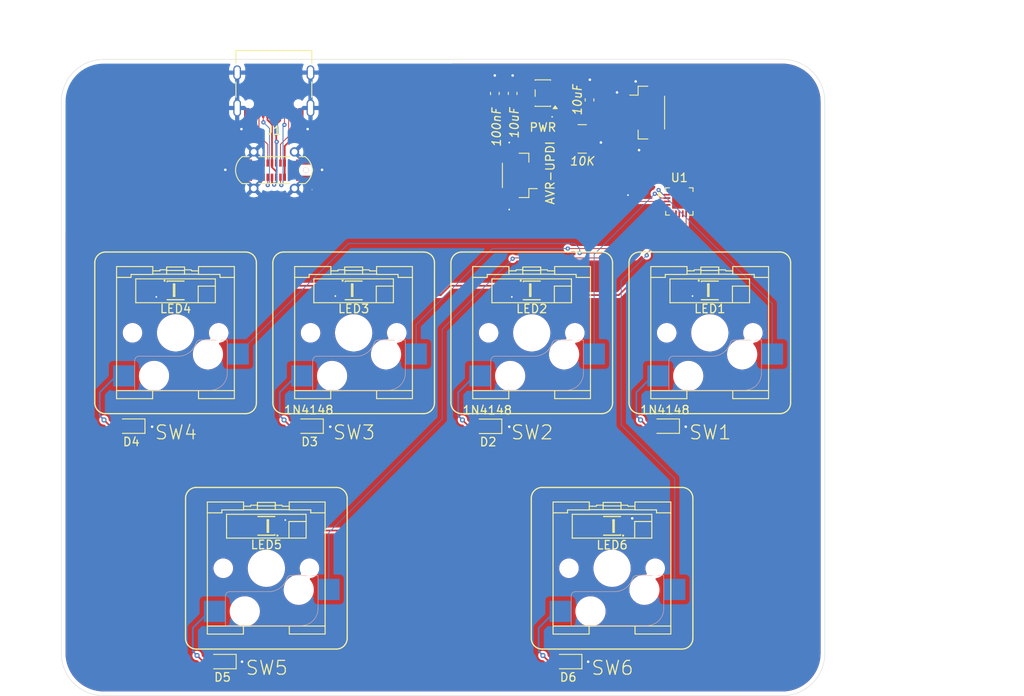
<source format=kicad_pcb>
(kicad_pcb (version 20241229) (generator "pcbnew") (generator_version "9.0")
  (layers (0 "F.Cu" signal) (2 "B.Cu" signal) (13 "F.Paste" user) (15 "B.Paste" user) (5 "F.SilkS" user "F.Silkscreen") (7 "B.SilkS" user "B.Silkscreen") (1 "F.Mask" user) (3 "B.Mask" user) (25 "Edge.Cuts" user))
  (net 0 "")
  (net 1 "Net-(D1-A)")
  (net 2 "GND")
  (net 3 "Net-(D2-A)")
  (net 4 "Net-(D3-A)")
  (net 5 "Net-(D4-A)")
  (net 6 "Net-(D5-A)")
  (net 7 "Net-(D6-A)")
  (net 8 "/LED")
  (net 9 "VCC")
  (net 14 "/SW1")
  (net 15 "/SCL")
  (net 16 "/UPDI")
  (net 20 "VIN")
  (net 21 "/SDA")
  (net 25 "Net-(LED1-DOUT)")
  (net 26 "Net-(LED2-DOUT)")
  (net 27 "Net-(LED3-DOUT)")
  (net 28 "Net-(LED4-DOUT)")
  (net 29 "Net-(LED5-DOUT)")
  (net 31 "Net-(J1-D--PadA7)")
  (net 32 "Net-(J1-SBU1)")
  (net 33 "Net-(J1-SBU2)")
  (net 34 "Net-(J1-D+-PadA6)")
  (net 35 "Net-(J1-CC2)")
  (net 36 "Net-(J1-CC1)")
  (net 37 "VBUS")
  (net 38 "Net-(D7-K)")
  (net 39 "/SW2")
  (net 40 "/SW3")
  (net 41 "/SW4")
  (net 42 "/SW5")
  (net 43 "/SW6")
  (footprint "camelpad:KAILH_SOCKET" (layer "F.Cu") (at 114.92 84.9825)
    (property "Reference" "SW6")
    (property "Value" "SWITCH_PUSHBUTTON_KAILH_SOCKET")
  )
  (footprint "camelpad:JST_SH_BM04B-SRSS-TB_1x04-1MP_P1.00mm_Vertical" (layer "F.Cu") (at 119.1 31.275 -90)
    (property "Reference" "CONN1" (hide yes))
    (property "Value" "~" (hide yes))
  )
  (footprint "camelpad:LED-SMD_4P-L2.0-W2.0-TL_WS2812B-2020" (layer "F.Cu") (at 74.17 79.9825 180)
    (property "Reference" "LED5")
    (property "Value" "WS2812B-2020")
  )
  (footprint "Diode_SMD:D_SOD-323" (layer "F.Cu") (at 109.75 95.9825 180)
    (property "Reference" "D6")
    (property "Value" "1N4148")
  )
  (footprint "camelpad:VQFN-20-1EP_3x3mm_P0.4mm_EP1.7x1.7mm" (layer "F.Cu") (at 122.85 41.75)
    (property "Reference" "U1")
    (property "Value" "ATtiny816-M")
  )
  (footprint "camelpad:USB-C-SMD_GT-USB-7055E" (layer "F.Cu") (at 75.08373 38.0575 180)
    (property "Reference" "J2" (hide yes))
    (property "Value" "USB_C_Receptacle_USB2.0_16P")
  )
  (footprint "camelpad:KAILH_SOCKET" (layer "F.Cu") (at 84.46 57.2325)
    (property "Reference" "SW3")
    (property "Value" "SWITCH_PUSHBUTTON_KAILH_SOCKET")
  )
  (footprint "camelpad:LED-SMD_4P-L2.0-W2.0-TL_WS2812B-2020" (layer "F.Cu") (at 63.47 52.2325)
    (property "Reference" "LED4")
    (property "Value" "WS2812B-2020")
  )
  (footprint "camelpad:LED-SMD_4P-L2.0-W2.0-TL_WS2812B-2020" (layer "F.Cu") (at 114.92 79.9825 180)
    (property "Reference" "LED6")
    (property "Value" "WS2812B-2020")
  )
  (footprint "Diode_SMD:D_SOD-323" (layer "F.Cu") (at 100.31 68.25 180)
    (property "Reference" "D2")
    (property "Value" "1N4148")
  )
  (footprint "camelpad:USB_C_Receptacle_Palconn_UTC16-G" (layer "F.Cu") (at 75.05 28.8 180)
    (property "Reference" "J1")
    (property "Value" "USB_C_Receptacle_USB2.0_16P")
  )
  (footprint "Capacitor_SMD:C_0603_1608Metric" (layer "F.Cu") (at 112.2625 29.775 -90)
    (property "Reference" "C1" (hide yes))
    (property "Value" "10uF")
  )
  (footprint "camelpad:KAILH_SOCKET" (layer "F.Cu") (at 74.17 84.9825)
    (property "Reference" "SW5")
    (property "Value" "SWITCH_PUSHBUTTON_KAILH_SOCKET")
  )
  (footprint "Diode_SMD:D_SOD-323" (layer "F.Cu") (at 69 95.9825 180)
    (property "Reference" "D5")
    (property "Value" "1N4148")
  )
  (footprint "Diode_SMD:D_SOD-323" (layer "F.Cu") (at 79.27 68.2325 180)
    (property "Reference" "D3")
    (property "Value" "1N4148")
  )
  (footprint "Diode_SMD:D_SOD-323" (layer "F.Cu") (at 58.25 68.2325 180)
    (property "Reference" "D4")
    (property "Value" "1N4148")
  )
  (footprint "camelpad:R_Array_Convex_4x0603" (layer "F.Cu") (at 111.4 34.375)
    (property "Reference" "RN1" (hide yes))
    (property "Value" "10K")
  )
  (footprint "camelpad:JST_SH_BM03B-SRSS-TB_1x03-1MP_P1.00mm_Vertical" (layer "F.Cu") (at 104 38.675 90)
    (property "Reference" "J3" (hide yes))
    (property "Value" "AVR-UPDI")
  )
  (footprint "camelpad:LED-SMD_4P-L2.0-W2.0-TL_WS2812B-2020" (layer "F.Cu") (at 84.46 52.2325)
    (property "Reference" "LED3")
    (property "Value" "WS2812B-2020")
  )
  (footprint "camelpad:LED-SMD_4P-L2.0-W2.0-TL_WS2812B-2020" (layer "F.Cu") (at 105.45 52.2325)
    (property "Reference" "LED2")
    (property "Value" "WS2812B-2020")
  )
  (footprint "camelpad:KAILH_SOCKET" (layer "F.Cu") (at 63.47 57.2325)
    (property "Reference" "SW4")
    (property "Value" "SWITCH_PUSHBUTTON_KAILH_SOCKET")
  )
  (footprint "Capacitor_SMD:C_0603_1608Metric" (layer "F.Cu") (at 101.1 29.025 90)
    (property "Reference" "C3" (hide yes))
    (property "Value" "100nF")
  )
  (footprint "camelpad:KAILH_SOCKET" (layer "F.Cu") (at 105.45 57.2325)
    (property "Reference" "SW2")
    (property "Value" "SWITCH_PUSHBUTTON_KAILH_SOCKET")
  )
  (footprint "Diode_SMD:D_SOD-323" (layer "F.Cu") (at 121.25 68.2325 180)
    (property "Reference" "D1" (hide yes))
    (property "Value" "1N4148")
  )
  (footprint "camelpad:KAILH_SOCKET" (layer "F.Cu") (at 126.44 57.2325)
    (property "Reference" "SW1")
    (property "Value" "SWITCH_PUSHBUTTON_KAILH_SOCKET")
  )
  (footprint "Package_TO_SOT_SMD:SOT-23-5" (layer "F.Cu") (at 106.7625 28.975 180)
    (property "Reference" "U2" (hide yes))
    (property "Value" "AP2127K-3.3")
  )
  (footprint "LED_SMD:LED_0402_1005Metric" (layer "F.Cu") (at 106.7625 31.775 180)
    (property "Reference" "D7" (hide yes))
    (property "Value" "PWR")
  )
  (footprint "camelpad:LED-SMD_4P-L2.0-W2.0-TL_WS2812B-2020" (layer "F.Cu") (at 126.44 52.2325)
    (property "Reference" "LED1")
    (property "Value" "WS2812B-2020")
  )
  (footprint "Capacitor_SMD:C_0603_1608Metric" (layer "F.Cu") (at 103.2 29.015 90)
    (property "Reference" "C2" (hide yes))
    (property "Value" "10uF")
  )
  (gr_arc (start 140 95) (mid 138.535534 98.535534) (end 135 100) (stroke (width 0.05)) (layer "Edge.Cuts"))
  (gr_line (start 135 100) (end 55 100) (stroke (width 0.05)) (layer "Edge.Cuts"))
  (gr_arc (start 135 25) (mid 138.535534 26.464466) (end 140 30) (stroke (width 0.05)) (layer "Edge.Cuts"))
  (gr_line (start 140 30) (end 140 95) (stroke (width 0.05)) (layer "Edge.Cuts"))
  (gr_line (start 55 25) (end 135 25) (stroke (width 0.05)) (layer "Edge.Cuts"))
  (gr_line (start 50 95) (end 50 30) (stroke (width 0.05)) (layer "Edge.Cuts"))
  (gr_arc (start 55 100) (mid 51.464466 98.535534) (end 50 95) (stroke (width 0.05)) (layer "Edge.Cuts"))
  (gr_arc (start 50 30) (mid 51.464466 26.464466) (end 55 25) (stroke (width 0.05)) (layer "Edge.Cuts"))
  (segment (start 119.0125 68.2325) (end 118.28 67.5) (width 0.2) (layer "F.Cu") (net 1))
  (segment (start 120.25 68.2325) (end 119.0125 68.2325) (width 0.2) (layer "F.Cu") (net 1))
  (via (at 118.28 67.5) (size 0.6) (drill 0.3) (layers "F.Cu" "B.Cu") (net 1))
  (segment (start 117.78 67) (end 117.78 64.25) (width 0.2) (layer "B.Cu") (net 1))
  (segment (start 117.78 64.25) (end 119.7175 62.3125) (width 0.2) (layer "B.Cu") (net 1))
  (segment (start 118.28 67.5) (end 117.78 67) (width 0.2) (layer "B.Cu") (net 1))
  (segment (start 119.7175 62.3125) (end 120.4 62.3125) (width 0.2) (layer "B.Cu") (net 1))
  (segment (start 120.3 28.475) (end 118.575 28.475) (width 0.5) (layer "F.Cu") (net 2))
  (segment (start 72.33373 38.8975) (end 70.21373 38.8975) (width 0.5) (layer "F.Cu") (net 2))
  (segment (start 77.89973 37.1515) (end 79.86773 37.1515) (width 0.5) (layer "F.Cu") (net 2))
  (segment (start 71.85 31.31) (end 71.85 32.60123) (width 0.5) (layer "F.Cu") (net 2))
  (segment (start 101.1 28.25) (end 101.1 26.9) (width 0.5) (layer "F.Cu") (net 2))
  (segment (start 121.4 41.75) (end 117.55 41.75) (width 0.1) (layer "F.Cu") (net 2))
  (segment (start 103.2 28.24) (end 103.2 26.9) (width 0.5) (layer "F.Cu") (net 2))
  (segment (start 114.4 29.775) (end 117.775 29.775) (width 0.5) (layer "F.Cu") (net 2))
  (segment (start 120.3 34.075) (end 119.725 34.075) (width 0.5) (layer "F.Cu") (net 2))
  (segment (start 116.375 29.775) (end 115.5 28.9) (width 0.5) (layer "F.Cu") (net 2))
  (segment (start 70.05 95.9825) (end 71.2825 95.9825) (width 0.5) (layer "F.Cu") (net 2))
  (segment (start 78.25 32.43377) (end 79.03373 33.2175) (width 0.5) (layer "F.Cu") (net 2))
  (segment (start 112.0825 95.9825) (end 112.1 96) (width 0.5) (layer "F.Cu") (net 2))
  (segment (start 83.54 52.7825) (end 82.4175 52.7825) (width 0.5) (layer "F.Cu") (net 2))
  (segment (start 102.8 40.975) (end 102.8 42.7) (width 0.5) (layer "F.Cu") (net 2))
  (segment (start 75.09 79.4325) (end 76.2675 79.4325) (width 0.5) (layer "F.Cu") (net 2))
  (segment (start 119.725 34.075) (end 118.1 35.7) (width 0.5) (layer "F.Cu") (net 2))
  (segment (start 81.6325 68.2325) (end 81.7 68.3) (width 0.5) (layer "F.Cu") (net 2))
  (segment (start 105.325 37.675) (end 104.1 37.675) (width 0.5) (layer "F.Cu") (net 2))
  (segment (start 62.55 52.7825) (end 61.4175 52.7825) (width 0.5) (layer "F.Cu") (net 2))
  (segment (start 125.52 52.7825) (end 124.5175 52.7825) (width 0.5) (layer "F.Cu") (net 2))
  (segment (start 77.83373 38.8975) (end 77.89973 38.9635) (width 0.5) (layer "F.Cu") (net 2))
  (segment (start 102.75 68.25) (end 102.8 68.3) (width 0.5) (layer "F.Cu") (net 2))
  (segment (start 71.2825 95.9825) (end 71.3 96) (width 0.5) (layer "F.Cu") (net 2))
  (segment (start 110.8 95.9825) (end 112.0825 95.9825) (width 0.5) (layer "F.Cu") (net 2))
  (segment (start 104.1 37.675) (end 102.8 36.375) (width 0.5) (layer "F.Cu") (net 2))
  (segment (start 117.1325 79.4325) (end 115.84 79.4325) (width 0.5) (layer "F.Cu") (net 2))
  (segment (start 102.8 36.375) (end 102.8 34.8) (width 0.5) (layer "F.Cu") (net 2))
  (segment (start 70.13373 37.2175) (end 69.33373 38.0175) (width 0.5) (layer "F.Cu") (net 2))
  (segment (start 117.3 79.1) (end 117.3 79.265) (width 0.5) (layer "F.Cu") (net 2))
  (segment (start 76.2675 79.4325) (end 76.4 79.3) (width 0.5) (layer "F.Cu") (net 2))
  (segment (start 72.33373 37.2175) (end 70.13373 37.2175) (width 0.5) (layer "F.Cu") (net 2))
  (segment (start 78.25 31.31) (end 78.25 32.43377) (width 0.5) (layer "F.Cu") (net 2))
  (segment (start 79.86773 37.1515) (end 80.73373 38.0175) (width 0.5) (layer "F.Cu") (net 2))
  (segment (start 59.3 68.2325) (end 60.6325 68.2325) (width 0.5) (layer "F.Cu") (net 2))
  (segment (start 71.85 32.60123) (end 71.23373 33.2175) (width 0.5) (layer "F.Cu") (net 2))
  (segment (start 118.575 28.475) (end 117.7 27.6) (width 0.5) (layer "F.Cu") (net 2))
  (segment (start 60.6325 68.2325) (end 60.7 68.3) (width 0.5) (layer "F.Cu") (net 2))
  (segment (start 77.89973 38.9635) (end 79.78773 38.9635) (width 0.5) (layer "F.Cu") (net 2))
  (segment (start 70.21373 38.8975) (end 69.33373 38.0175) (width 0.5) (layer "F.Cu") (net 2))
  (segment (start 117.55 41.75) (end 116.8 41) (width 0.1) (layer "F.Cu") (net 2))
  (segment (start 117.775 29.775) (end 116.375 29.775) (width 0.5) (layer "F.Cu") (net 2))
  (segment (start 77.83373 37.2175) (end 77.89973 37.1515) (width 0.5) (layer "F.Cu") (net 2))
  (segment (start 112.2625 27.4375) (end 112.3 27.4) (width 0.5) (layer "F.Cu") (net 2))
  (segment (start 103.3175 52.7825) (end 103.1 53) (width 0.5) (layer "F.Cu") (net 2))
  (segment (start 117.3 79.265) (end 117.1325 79.4325) (width 0.5) (layer "F.Cu") (net 2))
  (segment (start 123.5325 68.2325) (end 123.6 68.3) (width 0.5) (layer "F.Cu") (net 2))
  (segment (start 112.3 34.775) (end 113.575 34.775) (width 0.5) (layer "F.Cu") (net 2))
  (segment (start 82.4175 52.7825) (end 82.3 52.9) (width 0.5) (layer "F.Cu") (net 2))
  (segment (start 61.4175 52.7825) (end 61.2 53) (width 0.5) (layer "F.Cu") (net 2))
  (segment (start 113.6 28.975) (end 114.4 29.775) (width 0.5) (layer "F.Cu") (net 2))
  (segment (start 113.575 34.775) (end 113.6 34.8) (width 0.5) (layer "F.Cu") (net 2))
  (segment (start 122.3 68.2325) (end 123.5325 68.2325) (width 0.5) (layer "F.Cu") (net 2))
  (segment (start 104.53 52.7825) (end 103.3175 52.7825) (width 0.5) (layer "F.Cu") (net 2))
  (segment (start 107.9 28.975) (end 113.6 28.975) (width 0.5) (layer "F.Cu") (net 2))
  (segment (start 101.36 68.25) (end 102.75 68.25) (width 0.5) (layer "F.Cu") (net 2))
  (segment (start 112.2625 29) (end 112.2625 27.4375) (width 0.5) (layer "F.Cu") (net 2))
  (segment (start 124.5175 52.7825) (end 124.4 52.9) (width 0.5) (layer "F.Cu") (net 2))
  (segment (start 79.78773 38.9635) (end 80.73373 38.0175) (width 0.5) (layer "F.Cu") (net 2))
  (segment (start 80.32 68.2325) (end 81.6325 68.2325) (width 0.5) (layer "F.Cu") (net 2))
  (via (at 113.6 34.8) (size 0.8) (drill 0.3) (layers "F.Cu" "B.Cu") (net 2))
  (via (at 69.33373 38.0175) (size 0.8) (drill 0.3) (layers "F.Cu" "B.Cu") (net 2))
  (via (at 112.3 27.4) (size 0.8) (drill 0.3) (layers "F.Cu" "B.Cu") (net 2))
  (via (at 79.03373 33.2175) (size 0.8) (drill 0.3) (layers "F.Cu" "B.Cu") (net 2))
  (via (at 103.1 53) (size 0.5) (drill 0.2) (layers "F.Cu" "B.Cu") (net 2))
  (via (at 117.3 79.1) (size 0.8) (drill 0.3) (layers "F.Cu" "B.Cu") (net 2))
  (via (at 60.7 68.3) (size 0.8) (drill 0.3) (layers "F.Cu" "B.Cu") (net 2))
  (via (at 76.4 79.3) (size 0.5) (drill 0.2) (layers "F.Cu" "B.Cu") (net 2))
  (via (at 123.6 68.3) (size 0.8) (drill 0.3) (layers "F.Cu" "B.Cu") (net 2))
  (via (at 115.5 28.9) (size 0.8) (drill 0.3) (layers "F.Cu" "B.Cu") (net 2))
  (via (at 118.1 35.7) (size 0.8) (drill 0.3) (layers "F.Cu" "B.Cu") (net 2))
  (via (at 117.7 27.6) (size 0.8) (drill 0.3) (layers "F.Cu" "B.Cu") (net 2))
  (via (at 112.1 96) (size 0.8) (drill 0.3) (layers "F.Cu" "B.Cu") (net 2))
  (via (at 102.8 34.8) (size 0.5) (drill 0.2) (layers "F.Cu" "B.Cu") (net 2))
  (via (at 82.3 52.9) (size 0.5) (drill 0.2) (layers "F.Cu" "B.Cu") (net 2))
  (via (at 103.2 26.9) (size 0.8) (drill 0.3) (layers "F.Cu" "B.Cu") (net 2))
  (via (at 116.8 41) (size 0.5) (drill 0.2) (layers "F.Cu" "B.Cu") (net 2))
  (via (at 101.1 26.9) (size 0.8) (drill 0.3) (layers "F.Cu" "B.Cu") (net 2))
  (via (at 81.7 68.3) (size 0.8) (drill 0.3) (layers "F.Cu" "B.Cu") (net 2))
  (via (at 124.4 52.9) (size 0.5) (drill 0.2) (layers "F.Cu" "B.Cu") (net 2))
  (via (at 102.8 68.3) (size 0.8) (drill 0.3) (layers "F.Cu" "B.Cu") (net 2))
  (via (at 61.2 53) (size 0.5) (drill 0.2) (layers "F.Cu" "B.Cu") (net 2))
  (via (at 71.23373 33.2175) (size 0.8) (drill 0.3) (layers "F.Cu" "B.Cu") (net 2))
  (via (at 102.8 42.7) (size 0.5) (drill 0.2) (layers "F.Cu" "B.Cu") (net 2))
  (via (at 71.3 96) (size 0.8) (drill 0.3) (layers "F.Cu" "B.Cu") (net 2))
  (via (at 80.73373 38.0175) (size 0.8) (drill 0.3) (layers "F.Cu" "B.Cu") (net 2))
  (segment (start 98.0125 68.2325) (end 97.28 67.5) (width 0.2) (layer "F.Cu") (net 3))
  (segment (start 99.25 68.2325) (end 98.0125 68.2325) (width 0.2) (layer "F.Cu") (net 3))
  (via (at 97.28 67.5) (size 0.6) (drill 0.3) (layers "F.Cu" "B.Cu") (net 3))
  (segment (start 96.78 67) (end 96.78 64.25) (width 0.2) (layer "B.Cu") (net 3))
  (segment (start 97.28 67.5) (end 96.78 67) (width 0.2) (layer "B.Cu") (net 3))
  (segment (start 96.78 64.25) (end 98.7175 62.3125) (width 0.2) (layer "B.Cu") (net 3))
  (segment (start 98.7175 62.3125) (end 99.4 62.3125) (width 0.2) (layer "B.Cu") (net 3))
  (segment (start 78.22 68.2325) (end 76.9825 68.2325) (width 0.2) (layer "F.Cu") (net 4))
  (segment (start 76.9825 68.2325) (end 76.25 67.5) (width 0.2) (layer "F.Cu") (net 4))
  (via (at 76.25 67.5) (size 0.6) (drill 0.3) (layers "F.Cu" "B.Cu") (net 4))
  (segment (start 75.75 64.25) (end 77.6875 62.3125) (width 0.2) (layer "B.Cu") (net 4))
  (segment (start 77.6875 62.3125) (end 78.37 62.3125) (width 0.2) (layer "B.Cu") (net 4))
  (segment (start 75.75 67) (end 75.75 64.25) (width 0.2) (layer "B.Cu") (net 4))
  (segment (start 76.25 67.5) (end 75.75 67) (width 0.2) (layer "B.Cu") (net 4))
  (segment (start 55.7625 68.2325) (end 55.03 67.5) (width 0.2) (layer "F.Cu") (net 5))
  (segment (start 57 68.2325) (end 55.7625 68.2325) (width 0.2) (layer "F.Cu") (net 5))
  (via (at 55.03 67.5) (size 0.6) (drill 0.3) (layers "F.Cu" "B.Cu") (net 5))
  (segment (start 56.4675 62.3125) (end 57.15 62.3125) (width 0.2) (layer "B.Cu") (net 5))
  (segment (start 55.03 67.5) (end 54.53 67) (width 0.2) (layer "B.Cu") (net 5))
  (segment (start 54.53 64.25) (end 56.4675 62.3125) (width 0.2) (layer "B.Cu") (net 5))
  (segment (start 54.53 67) (end 54.53 64.25) (width 0.2) (layer "B.Cu") (net 5))
  (segment (start 66.7325 96) (end 66 95.2675) (width 0.2) (layer "F.Cu") (net 6))
  (segment (start 67.97 96) (end 66.7325 96) (width 0.2) (layer "F.Cu") (net 6))
  (via (at 66 95.2675) (size 0.6) (drill 0.3) (layers "F.Cu" "B.Cu") (net 6))
  (segment (start 66 95.2675) (end 65.5 94.7675) (width 0.2) (layer "B.Cu") (net 6))
  (segment (start 67.4375 90.08) (end 68.12 90.08) (width 0.2) (layer "B.Cu") (net 6))
  (segment (start 65.5 94.7675) (end 65.5 92.0175) (width 0.2) (layer "B.Cu") (net 6))
  (segment (start 65.5 92.0175) (end 67.4375 90.08) (width 0.2) (layer "B.Cu") (net 6))
  (segment (start 107.5 96) (end 106.7675 95.2675) (width 0.2) (layer "F.Cu") (net 7))
  (segment (start 108.7375 96) (end 107.5 96) (width 0.2) (layer "F.Cu") (net 7))
  (via (at 106.7675 95.2675) (size 0.6) (drill 0.3) (layers "F.Cu" "B.Cu") (net 7))
  (segment (start 106.7675 95.2675) (end 106.2675 94.7675) (width 0.2) (layer "B.Cu") (net 7))
  (segment (start 108.205 90.08) (end 108.8875 90.08) (width 0.2) (layer "B.Cu") (net 7))
  (segment (start 106.2675 94.7675) (end 106.2675 92.0175) (width 0.2) (layer "B.Cu") (net 7))
  (segment (start 106.2675 92.0175) (end 108.205 90.08) (width 0.2) (layer "B.Cu") (net 7))
  (segment (start 126.4 52.0245) (end 127.158 52.7825) (width 0.1) (layer "F.Cu") (net 8))
  (segment (start 127.158 52.7825) (end 127.36 52.7825) (width 0.1) (layer "F.Cu") (net 8))
  (segment (start 123.65 43.2) (end 123.65 46.85) (width 0.1) (layer "F.Cu") (net 8))
  (segment (start 123.65 46.85) (end 126.4 49.6) (width 0.1) (layer "F.Cu") (net 8))
  (segment (start 126.4 49.6) (end 126.4 52.0245) (width 0.1) (layer "F.Cu") (net 8))
  (segment (start 103.335 29.925) (end 103.2 29.79) (width 0.5) (layer "F.Cu") (net 9))
  (segment (start 105.625 31.1225) (end 106.2775 31.775) (width 0.5) (layer "F.Cu") (net 9))
  (segment (start 105.625 29.925) (end 105.625 31.1225) (width 0.5) (layer "F.Cu") (net 9))
  (segment (start 101.11 29.79) (end 101.1 29.8) (width 0.5) (layer "F.Cu") (net 9))
  (segment (start 101.415 29.775) (end 101.4 29.79) (width 0.5) (layer "F.Cu") (net 9))
  (segment (start 121.4 42.15) (end 120.75 42.15) (width 0.1) (layer "F.Cu") (net 9))
  (segment (start 105.625 29.925) (end 103.335 29.925) (width 0.5) (layer "F.Cu") (net 9))
  (segment (start 120.75 42.15) (end 120 42.9) (width 0.1) (layer "F.Cu") (net 9))
  (segment (start 103.2 29.79) (end 101.11 29.79) (width 0.5) (layer "F.Cu") (net 9))
  (segment (start 121.4 40.95) (end 120.95 40.95) (width 0.1) (layer "F.Cu") (net 14))
  (segment (start 120.95 40.95) (end 120.4 40.4) (width 0.1) (layer "F.Cu") (net 14))
  (via (at 120.4 40.4) (size 0.5) (drill 0.2) (layers "F.Cu" "B.Cu") (net 14))
  (segment (start 120.4 40.4) (end 133.8 53.8) (width 0.1) (layer "B.Cu") (net 14))
  (segment (start 133.8 53.8) (end 133.8 59.7325) (width 0.1) (layer "B.Cu") (net 14))
  (segment (start 124.739282 41.35) (end 124.961 41.128282) (width 0.1) (layer "F.Cu") (net 15))
  (segment (start 116.4 32.775) (end 115.2 33.975) (width 0.2) (layer "F.Cu") (net 15))
  (segment (start 124.961 37.020552) (end 120.715448 32.775) (width 0.1) (layer "F.Cu") (net 15))
  (segment (start 115.2 33.975) (end 112.3 33.975) (width 0.2) (layer "F.Cu") (net 15))
  (segment (start 124.961 41.128282) (end 124.961 37.020552) (width 0.1) (layer "F.Cu") (net 15))
  (segment (start 124.3 41.35) (end 124.739282 41.35) (width 0.1) (layer "F.Cu") (net 15))
  (segment (start 117.775 32.775) (end 116.4 32.775) (width 0.2) (layer "F.Cu") (net 15))
  (segment (start 120.715448 32.775) (end 117.775 32.775) (width 0.1) (layer "F.Cu") (net 15))
  (segment (start 105.4 39.6) (end 105.325 39.675) (width 0.1) (layer "F.Cu") (net 16))
  (segment (start 122.45 39.860718) (end 122.189282 39.6) (width 0.1) (layer "F.Cu") (net 16))
  (segment (start 122.189282 39.6) (end 105.4 39.6) (width 0.1) (layer "F.Cu") (net 16))
  (segment (start 122.45 40.3) (end 122.45 39.860718) (width 0.1) (layer "F.Cu") (net 16))
  (segment (start 107.9 29.925) (end 108.9 29.925) (width 0.5) (layer "F.Cu") (net 20))
  (segment (start 110.5 30.425) (end 110.375 30.3) (width 0.5) (layer "F.Cu") (net 20))
  (segment (start 112.9 30.775) (end 117.775 30.775) (width 0.5) (layer "F.Cu") (net 20))
  (segment (start 112.675 30.55) (end 112.9 30.775) (width 0.5) (layer "F.Cu") (net 20))
  (segment (start 110.5 33.175) (end 110.5 30.425) (width 0.5) (layer "F.Cu") (net 20))
  (segment (start 106.7865 28.5719) (end 106.7865 29.473999) (width 0.5) (layer "F.Cu") (net 20))
  (segment (start 107.9 28.025) (end 107.3334 28.025) (width 0.5) (layer "F.Cu") (net 20))
  (segment (start 107.9 29.925) (end 111.6375 29.925) (width 0.5) (layer "F.Cu") (net 20))
  (segment (start 108.9 29.925) (end 110 29.925) (width 0.5) (layer "F.Cu") (net 20))
  (segment (start 110.375 30.3) (end 110 29.925) (width 0.5) (layer "F.Cu") (net 20))
  (segment (start 112.2625 30.55) (end 112.2375 30.575) (width 0.5) (layer "F.Cu") (net 20))
  (segment (start 112.2625 30.55) (end 112.675 30.55) (width 0.5) (layer "F.Cu") (net 20))
  (segment (start 112.2375 30.575) (end 112.2375 30.6125) (width 0.5) (layer "F.Cu") (net 20))
  (segment (start 107.3334 28.025) (end 106.7865 28.5719) (width 0.5) (layer "F.Cu") (net 20))
  (segment (start 106.7865 29.473999) (end 107.237501 29.925) (width 0.5) (layer "F.Cu") (net 20))
  (segment (start 111.6375 29.925) (end 112.2625 30.55) (width 0.5) (layer "F.Cu") (net 20))
  (segment (start 110.5 33.175) (end 110.5 33.975) (width 0.5) (layer "F.Cu") (net 20))
  (segment (start 107.237501 29.925) (end 107.9 29.925) (width 0.5) (layer "F.Cu") (net 20))
  (segment (start 116.25 31.775) (end 114.85 33.175) (width 0.2) (layer "F.Cu") (net 21))
  (segment (start 125.189 41.311) (end 125.189 36.926111) (width 0.1) (layer "F.Cu") (net 21))
  (segment (start 120.037889 31.775) (end 117.775 31.775) (width 0.1) (layer "F.Cu") (net 21))
  (segment (start 124.75 41.75) (end 125.189 41.311) (width 0.1) (layer "F.Cu") (net 21))
  (segment (start 114.85 33.175) (end 112.3 33.175) (width 0.2) (layer "F.Cu") (net 21))
  (segment (start 117.775 31.775) (end 116.25 31.775) (width 0.2) (layer "F.Cu") (net 21))
  (segment (start 125.189 36.926111) (end 120.037889 31.775) (width 0.1) (layer "F.Cu") (net 21))
  (segment (start 124.3 41.75) (end 124.75 41.75) (width 0.1) (layer "F.Cu") (net 21))
  (segment (start 106.37 52.7825) (end 115.7175 52.7825) (width 0.2) (layer "F.Cu") (net 25))
  (segment (start 125.7 51.46935) (end 125.716575 51.485925) (width 0.1) (layer "F.Cu") (net 25))
  (segment (start 116.8175 51.6825) (end 125.52 51.6825) (width 0.2) (layer "F.Cu") (net 25))
  (segment (start 115.7175 52.7825) (end 116.8175 51.6825) (width 0.2) (layer "F.Cu") (net 25))
  (segment (start 85.38 52.7825) (end 94.7175 52.7825) (width 0.2) (layer "F.Cu") (net 26))
  (segment (start 95.8175 51.6825) (end 104.53 51.6825) (width 0.2) (layer "F.Cu") (net 26))
  (segment (start 94.7175 52.7825) (end 95.8175 51.6825) (width 0.2) (layer "F.Cu") (net 26))
  (segment (start 73.7175 52.7825) (end 74.8175 51.6825) (width 0.2) (layer "F.Cu") (net 27))
  (segment (start 64.39 52.7825) (end 73.7175 52.7825) (width 0.2) (layer "F.Cu") (net 27))
  (segment (start 74.8175 51.6825) (end 83.54 51.6825) (width 0.2) (layer "F.Cu") (net 27))
  (segment (start 60.148483 58.862716) (end 73.25 71.964233) (width 0.2) (layer "F.Cu") (net 28))
  (segment (start 62.55 51.6825) (end 61.738268 51.6825) (width 0.2) (layer "F.Cu") (net 28))
  (segment (start 60.148483 53.272285) (end 60.148483 58.862716) (width 0.2) (layer "F.Cu") (net 28))
  (segment (start 61.738268 51.6825) (end 60.148483 53.272285) (width 0.2) (layer "F.Cu") (net 28))
  (segment (start 73.25 71.964233) (end 73.25 79.4325) (width 0.2) (layer "F.Cu") (net 28))
  (segment (start 111.0675 80.5325) (end 112.1675 79.4325) (width 0.2) (layer "F.Cu") (net 29))
  (segment (start 75.09 80.5325) (end 111.0675 80.5325) (width 0.2) (layer "F.Cu") (net 29))
  (segment (start 112.1675 79.4325) (end 114 79.4325) (width 0.2) (layer "F.Cu") (net 29))
  (segment (start 74.83373 39.5175) (end 74.83373 38.8975) (width 0.2) (layer "F.Cu") (net 31))
  (segment (start 75.8 31.31) (end 75.751 31.31) (width 0.2) (layer "F.Cu") (net 31))
  (segment (start 75.8 32.20946) (end 75.8 31.31) (width 0.2) (layer "F.Cu") (net 31))
  (segment (start 75.08373 39.7675) (end 74.83373 39.5175) (width 0.2) (layer "F.Cu") (net 31))
  (segment (start 75.751 32.191) (end 74.849 32.191) (width 0.2) (layer "F.Cu") (net 31))
  (segment (start 75.33373 32.67573) (end 75.8 32.20946) (width 0.2) (layer "F.Cu") (net 31))
  (segment (start 74.849 31.31) (end 74.8 31.31) (width 0.2) (layer "F.Cu") (net 31))
  (segment (start 74.849 32.191) (end 74.849 31.31) (width 0.2) (layer "F.Cu") (net 31))
  (segment (start 75.33373 37.2175) (end 75.33373 32.67573) (width 0.2) (layer "F.Cu") (net 31))
  (segment (start 75.751 31.31) (end 75.751 32.191) (width 0.2) (layer "F.Cu") (net 31))
  (via (at 75.08373 39.7675) (size 0.5) (drill 0.2) (layers "F.Cu" "B.Cu") (net 31))
  (via (at 75.38373 34.7175) (size 0.5) (drill 0.2) (layers "F.Cu" "B.Cu") (net 31))
  (segment (start 75.38373 39.4675) (end 75.38373 34.7175) (width 0.2) (layer "B.Cu") (net 31))
  (segment (start 75.08373 39.7675) (end 75.38373 39.4675) (width 0.2) (layer "B.Cu") (net 31))
  (segment (start 73.82648 32.421784) (end 73.8 32.395304) (width 0.1) (layer "F.Cu") (net 32))
  (segment (start 73.8 32.395304) (end 73.8 31.31) (width 0.1) (layer "F.Cu") (net 32))
  (segment (start 74.33373 39.8175) (end 74.33373 38.8975) (width 0.1) (layer "F.Cu") (net 32))
  (via (at 73.82648 32.421784) (size 0.5) (drill 0.2) (layers "F.Cu" "B.Cu") (net 32))
  (via (at 74.33373 39.8175) (size 0.5) (drill 0.2) (layers "F.Cu" "B.Cu") (net 32))
  (segment (start 74.33373 39.8175) (end 74.53373 39.6175) (width 0.1) (layer "B.Cu") (net 32))
  (segment (start 74.53373 39.6175) (end 74.53373 33.129034) (width 0.1) (layer "B.Cu") (net 32))
  (segment (start 74.53373 33.129034) (end 73.82648 32.421784) (width 0.1) (layer "B.Cu") (net 32))
  (segment (start 75.83373 35.0175) (end 76.8 34.05123) (width 0.1) (layer "F.Cu") (net 33))
  (segment (start 76.8 34.05123) (end 76.8 31.31) (width 0.1) (layer "F.Cu") (net 33))
  (segment (start 75.83373 37.2175) (end 75.83373 35.0175) (width 0.1) (layer "F.Cu") (net 33))
  (segment (start 74.28373 30.478) (end 74.33273 30.429) (width 0.2) (layer "F.Cu") (net 34))
  (segment (start 74.83373 37.2175) (end 74.83373 32.67573) (width 0.2) (layer "F.Cu") (net 34))
  (segment (start 74.83373 32.67573) (end 74.3 32.142) (width 0.2) (layer "F.Cu") (net 34))
  (segment (start 74.28373 31.31) (end 74.28373 30.478) (width 0.2) (layer "F.Cu") (net 34))
  (segment (start 74.83373 37.7175) (end 74.83373 37.2175) (width 0.2) (layer "F.Cu") (net 34))
  (segment (start 75.33373 38.8975) (end 75.33373 38.2175) (width 0.2) (layer "F.Cu") (net 34))
  (segment (start 75.23473 30.429) (end 75.28373 30.478) (width 0.2) (layer "F.Cu") (net 34))
  (segment (start 74.33273 30.429) (end 75.23473 30.429) (width 0.2) (layer "F.Cu") (net 34))
  (segment (start 74.3 32.142) (end 74.3 31.31) (width 0.2) (layer "F.Cu") (net 34))
  (segment (start 75.28373 30.478) (end 75.28373 31.31) (width 0.2) (layer "F.Cu") (net 34))
  (segment (start 75.33373 38.2175) (end 74.83373 37.7175) (width 0.2) (layer "F.Cu") (net 34))
  (segment (start 74.33373 37.2175) (end 74.33373 35.0175) (width 0.1) (layer "F.Cu") (net 35))
  (segment (start 73.3 33.98377) (end 73.3 31.31) (width 0.1) (layer "F.Cu") (net 35))
  (segment (start 74.33373 35.0175) (end 73.3 33.98377) (width 0.1) (layer "F.Cu") (net 35))
  (segment (start 75.93373 39.8175) (end 75.93373 39.706265) (width 0.1) (layer "F.Cu") (net 36))
  (segment (start 75.83373 39.606265) (end 75.83373 38.8975) (width 0.1) (layer "F.Cu") (net 36))
  (segment (start 75.93373 39.706265) (end 75.83373 39.606265) (width 0.1) (layer "F.Cu") (net 36))
  (segment (start 76.3 32.7175) (end 76.3 31.31) (width 0.1) (layer "F.Cu") (net 36))
  (via (at 76.3 32.7175) (size 0.5) (drill 0.2) (layers "F.Cu" "B.Cu") (net 36))
  (via (at 75.93373 39.8175) (size 0.5) (drill 0.2) (layers "F.Cu" "B.Cu") (net 36))
  (segment (start 76.13373 39.6175) (end 76.13373 32.88377) (width 0.1) (layer "B.Cu") (net 36))
  (segment (start 75.93373 39.8175) (end 76.13373 39.6175) (width 0.1) (layer "B.Cu") (net 36))
  (segment (start 76.13373 32.88377) (end 76.3 32.7175) (width 0.1) (layer "B.Cu") (net 36))
  (segment (start 72.65 31.31) (end 72.65 34.03377) (width 0.2) (layer "F.Cu") (net 37))
  (segment (start 76.33373 37.2175) (end 76.33373 38.8975) (width 0.2) (layer "F.Cu") (net 37))
  (segment (start 72.849 30.429) (end 73.177 30.101) (width 0.2) (layer "F.Cu") (net 37))
  (segment (start 77.251 30.429) (end 77.251 31.111) (width 0.2) (layer "F.Cu") (net 37))
  (segment (start 76.923 30.101) (end 77.251 30.429) (width 0.2) (layer "F.Cu") (net 37))
  (segment (start 76.33373 37.2175) (end 76.33373 35.2175) (width 0.2) (layer "F.Cu") (net 37))
  (segment (start 76.33373 35.2175) (end 77.45 34.10123) (width 0.2) (layer "F.Cu") (net 37))
  (segment (start 77.45 34.10123) (end 77.45 31.31) (width 0.2) (layer "F.Cu") (net 37))
  (segment (start 73.177 30.101) (end 76.923 30.101) (width 0.2) (layer "F.Cu") (net 37))
  (segment (start 72.65 31.31) (end 72.849 31.111) (width 0.2) (layer "F.Cu") (net 37))
  (segment (start 77.251 31.111) (end 77.45 31.31) (width 0.2) (layer "F.Cu") (net 37))
  (segment (start 73.83373 37.2175) (end 73.83373 38.8975) (width 0.2) (layer "F.Cu") (net 37))
  (segment (start 72.65 34.03377) (end 73.83373 35.2175) (width 0.2) (layer "F.Cu") (net 37))
  (segment (start 73.83373 35.2175) (end 73.83373 37.2175) (width 0.2) (layer "F.Cu") (net 37))
  (segment (start 72.849 31.111) (end 72.849 30.429) (width 0.2) (layer "F.Cu") (net 37))
  (segment (start 107.2475 32.8725) (end 109.15 34.775) (width 0.2) (layer "F.Cu") (net 38))
  (segment (start 107.2475 31.775) (end 107.2475 32.8725) (width 0.2) (layer "F.Cu") (net 38))
  (segment (start 109.15 34.775) (end 110.5 34.775) (width 0.2) (layer "F.Cu") (net 38))
  (segment (start 120.151879 40.843358) (end 119.956642 40.843358) (width 0.1) (layer "F.Cu") (net 39))
  (segment (start 120.658521 41.35) (end 120.151879 40.843358) (width 0.1) (layer "F.Cu") (net 39))
  (segment (start 121.4 41.35) (end 120.658521 41.35) (width 0.1) (layer "F.Cu") (net 39))
  (via (at 119.956642 40.843358) (size 0.5) (drill 0.2) (layers "F.Cu" "B.Cu") (net 39))
  (segment (start 119.956642 40.843358) (end 112.81 47.99) (width 0.1) (layer "B.Cu") (net 39))
  (segment (start 112.81 47.99) (end 112.81 59.7325) (width 0.1) (layer "B.Cu") (net 39))
  (segment (start 109.7 47.3) (end 117.1 47.3) (width 0.1) (layer "F.Cu") (net 40))
  (segment (start 121.4 43) (end 121.4 42.55) (width 0.1) (layer "F.Cu") (net 40))
  (segment (start 117.1 47.3) (end 121.4 43) (width 0.1) (layer "F.Cu") (net 40))
  (via (at 109.7 47.3) (size 0.5) (drill 0.2) (layers "F.Cu" "B.Cu") (net 40))
  (segment (start 91.82 56.28) (end 91.82 59.7325) (width 0.1) (layer "B.Cu") (net 40))
  (segment (start 109.7 47.3) (end 100.8 47.3) (width 0.1) (layer "B.Cu") (net 40))
  (segment (start 100.8 47.3) (end 91.82 56.28) (width 0.1) (layer "B.Cu") (net 40))
  (segment (start 122.05 43.2) (end 117.422997 47.827003) (width 0.1) (layer "F.Cu") (net 41))
  (segment (start 117.422997 47.827003) (end 111.1 47.827003) (width 0.1) (layer "F.Cu") (net 41))
  (via (at 111.1 47.827003) (size 0.5) (drill 0.2) (layers "F.Cu" "B.Cu") (net 41))
  (segment (start 111.1 47.827003) (end 111.1 47.3) (width 0.1) (layer "B.Cu") (net 41))
  (segment (start 110.499 46.699) (end 83.8635 46.699) (width 0.1) (layer "B.Cu") (net 41))
  (segment (start 83.8635 46.699) (end 70.83 59.7325) (width 0.1) (layer "B.Cu") (net 41))
  (segment (start 111.1 47.3) (end 110.499 46.699) (width 0.1) (layer "B.Cu") (net 41))
  (segment (start 117.689282 48.4) (end 122.45 43.639282) (width 0.1) (layer "F.Cu") (net 42))
  (segment (start 103.3 48.4) (end 117.689282 48.4) (width 0.1) (layer "F.Cu") (net 42))
  (segment (start 103.2 48.5) (end 103.3 48.4) (width 0.1) (layer "F.Cu") (net 42))
  (segment (start 122.45 43.639282) (end 122.45 43.2) (width 0.1) (layer "F.Cu") (net 42))
  (via (at 103.2 48.5) (size 0.5) (drill 0.2) (layers "F.Cu" "B.Cu") (net 42))
  (segment (start 94.9 56.8) (end 94.9 67.4) (width 0.1) (layer "B.Cu") (net 42))
  (segment (start 81.53 80.77) (end 81.53 87.4825) (width 0.1) (layer "B.Cu") (net 42))
  (segment (start 94.9 67.4) (end 81.53 80.77) (width 0.1) (layer "B.Cu") (net 42))
  (segment (start 103.2 48.5) (end 94.9 56.8) (width 0.1) (layer "B.Cu") (net 42))
  (segment (start 119 47.9) (end 119 48.1) (width 0.1) (layer "F.Cu") (net 43))
  (segment (start 122.85 43.2) (end 122.85 44.05) (width 0.1) (layer "F.Cu") (net 43))
  (segment (start 122.85 44.05) (end 119 47.9) (width 0.1) (layer "F.Cu") (net 43))
  (via (at 119 48.1) (size 0.5) (drill 0.2) (layers "F.Cu" "B.Cu") (net 43))
  (segment (start 122.3 74.4) (end 122.3 87.4625) (width 0.1) (layer "B.Cu") (net 43))
  (segment (start 119 48.1) (end 116 51.1) (width 0.1) (layer "B.Cu") (net 43))
  (segment (start 116 51.1) (end 116 68.1) (width 0.1) (layer "B.Cu") (net 43))
  (segment (start 122.3 87.4625) (end 122.28 87.4825) (width 0.1) (layer "B.Cu") (net 43))
  (segment (start 116 68.1) (end 122.3 74.4) (width 0.1) (layer "B.Cu") (net 43))
  (zone (net 9) (net_name "VCC") (layer "F.Cu") (priority 1) (connect_pads (clearance 0.25)) (min_thickness 0.25) (fill yes (thermal_gap 0.5) (thermal_bridge_width 0.5))
    (polygon (pts (xy 140 25) (xy 140 100) (xy 50 100) (xy 50 45.25) (xy 96 45.25) (xy 96 25)))
  )
  (zone (net 2) (net_name "GND") (layer "B.Cu") (connect_pads (clearance 0.5)) (min_thickness 0.25) (fill yes (thermal_gap 0.5) (thermal_bridge_width 0.5) (island_removal_mode 2) (island_area_min 20))
    (polygon (pts (xy 50 25) (xy 140 25) (xy 140 100) (xy 50 100)))
  )
)
</source>
